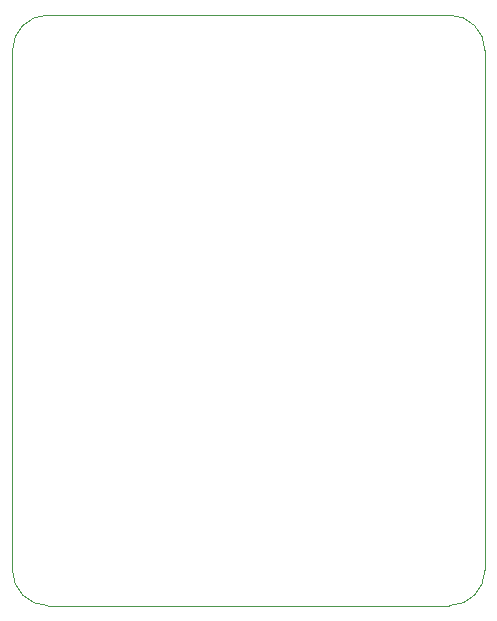
<source format=gbr>
%TF.GenerationSoftware,KiCad,Pcbnew,8.0.8+1*%
%TF.CreationDate,Date%
%TF.ProjectId,LAN8742A-breakout,4c414e38-3734-4324-912d-627265616b6f,+ (Unreleased)*%
%TF.SameCoordinates,Original*%
%TF.FileFunction,Profile,NP*%
%FSLAX46Y46*%
G04 Gerber Fmt 4.6, Leading zero omitted, Abs format (unit mm)*
G04 Created by KiCad*
%MOMM*%
%LPD*%
G01*
G04 APERTURE LIST*
%TA.AperFunction,Profile*%
%ADD10C,0.100000*%
%TD*%
G04 APERTURE END LIST*
D10*
X164293981Y-46000000D02*
G75*
G02*
X167294000Y-49000000I19J-3000000D01*
G01*
X164293981Y-96000000D02*
X130293981Y-96000000D01*
X130293981Y-96000000D02*
G75*
G02*
X127294000Y-93000000I19J3000000D01*
G01*
X130293981Y-46000000D02*
X164293981Y-46000000D01*
X167293981Y-93000000D02*
G75*
G02*
X164293981Y-95999981I-2999981J0D01*
G01*
X167293981Y-49000000D02*
X167293981Y-93000000D01*
X127293981Y-93000000D02*
X127293981Y-49000000D01*
X127293981Y-49000000D02*
G75*
G02*
X130293981Y-45999981I3000019J0D01*
G01*
M02*

</source>
